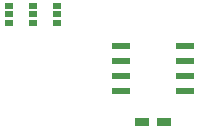
<source format=gtp>
G04 #@! TF.FileFunction,Paste,Top*
%FSLAX46Y46*%
G04 Gerber Fmt 4.6, Leading zero omitted, Abs format (unit mm)*
G04 Created by KiCad (PCBNEW 4.0.6) date Fri Jul 21 16:03:20 2017*
%MOMM*%
%LPD*%
G01*
G04 APERTURE LIST*
%ADD10C,0.100000*%
%ADD11R,1.550000X0.600000*%
%ADD12R,1.200000X0.750000*%
%ADD13R,0.762000X0.508000*%
G04 APERTURE END LIST*
D10*
D11*
X70706000Y-46990000D03*
X70706000Y-48260000D03*
X70706000Y-49530000D03*
X70706000Y-50800000D03*
X76106000Y-50800000D03*
X76106000Y-49530000D03*
X76106000Y-48260000D03*
X76106000Y-46990000D03*
D12*
X72456000Y-53467000D03*
X74356000Y-53467000D03*
D13*
X65278000Y-44323000D03*
X65278000Y-45034200D03*
X65278000Y-43611800D03*
X63246000Y-44323000D03*
X63246000Y-45034200D03*
X63246000Y-43611800D03*
X61214000Y-44323000D03*
X61214000Y-45034200D03*
X61214000Y-43611800D03*
M02*

</source>
